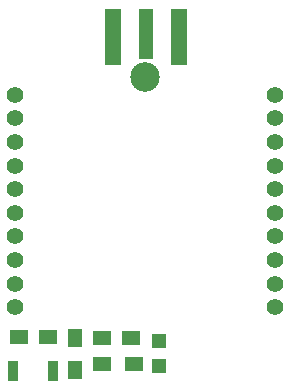
<source format=gbr>
G04 #@! TF.FileFunction,Soldermask,Top*
%FSLAX46Y46*%
G04 Gerber Fmt 4.6, Leading zero omitted, Abs format (unit mm)*
G04 Created by KiCad (PCBNEW 4.0.4-stable) date 12/30/16 23:23:28*
%MOMM*%
%LPD*%
G01*
G04 APERTURE LIST*
%ADD10C,0.100000*%
%ADD11R,1.500000X1.250000*%
%ADD12R,1.300000X1.500000*%
%ADD13C,1.400000*%
%ADD14R,1.198880X1.198880*%
%ADD15R,1.500000X1.300000*%
%ADD16R,0.900000X1.700000*%
%ADD17R,1.350000X4.700000*%
%ADD18R,1.270000X4.200000*%
%ADD19C,2.500000*%
G04 APERTURE END LIST*
D10*
D11*
X182010000Y-125830000D03*
X179510000Y-125830000D03*
D12*
X177250000Y-125870000D03*
X177250000Y-128570000D03*
D13*
X194180000Y-105230000D03*
X194180000Y-107230000D03*
X194180000Y-109230000D03*
X194180000Y-111230000D03*
X194180000Y-113230000D03*
X194180000Y-115230000D03*
X194180000Y-117230000D03*
X194180000Y-119230000D03*
X194180000Y-121230000D03*
X194180000Y-123230000D03*
X172180000Y-123230000D03*
X172180000Y-121230000D03*
X172180000Y-119230000D03*
X172180000Y-117230000D03*
X172180000Y-115230000D03*
X172180000Y-113230000D03*
X172180000Y-111230000D03*
X172180000Y-109230000D03*
X172180000Y-107230000D03*
X172180000Y-105230000D03*
D14*
X184360000Y-126080980D03*
X184360000Y-128179020D03*
D11*
X175000000Y-125790000D03*
X172500000Y-125790000D03*
D15*
X182210000Y-128030000D03*
X179510000Y-128030000D03*
D16*
X171960000Y-128600000D03*
X175360000Y-128600000D03*
D17*
X180480000Y-100350000D03*
X186050000Y-100350000D03*
X186050000Y-100350000D03*
D18*
X183265000Y-100100000D03*
D17*
X180480000Y-100350000D03*
D19*
X183200000Y-103700000D03*
M02*

</source>
